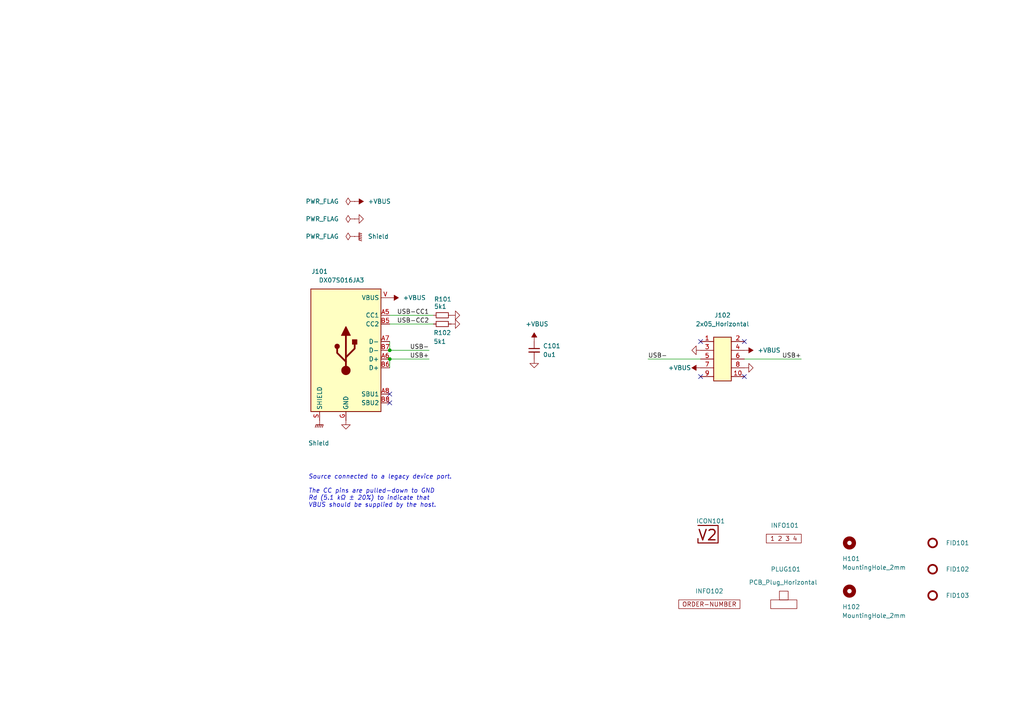
<source format=kicad_sch>
(kicad_sch (version 20250114) (generator "eeschema") (generator_version "9.0")
  (paper "A4")
  (title_block (title "V2 usb") (date "2026-01-12") (rev "4") (company "Versio Duo") (comment 1 "USB Adapter"))
  (lib_symbols
    (symbol "V2_Artwork:V2-logo" (in_bom no)
      (property "Reference" "ICON" (at -3.302 3.81 0))
      (symbol "V2-logo_1_0"
        (polyline (pts (xy -3.302 2.54) (xy 2.54 2.54) (xy 2.54 -2.54) (xy -3.302 -2.54) (xy -3.302 -1.27)) (stroke (width 0.3)))
      )
      (symbol "V2-logo_1_1"
        (text "V2" (at -0.508 -0.254 0) (effects (font (size 3 3) (thickness 0.375))))
      )
    )
    (symbol "V2_Connector_Header_1.27mm:2x05_Horizontal" (pin_names (hide yes))
      (property "Reference" "J" (at 0 12.7 0))
      (property "Value" "2x05_Horizontal" (at 1.27 10.16 0))
      (symbol "2x05_Horizontal_1_1"
        (rectangle (start -2.54 6.35) (end 2.54 -6.35) (stroke (width 0.254)) (fill (type background)))
        (pin passive line (at -6.35 5.08 0) (length 3.81) (name "Pin_1") (number "1"))
        (pin passive line (at -6.35 2.54 0) (length 3.81) (name "Pin_3") (number "3"))
        (pin passive line (at -6.35 0 0) (length 3.81) (name "Pin_5") (number "5"))
        (pin passive line (at -6.35 -2.54 0) (length 3.81) (name "Pin_7") (number "7"))
        (pin passive line (at -6.35 -5.08 0) (length 3.81) (name "Pin_9") (number "9"))
        (pin passive line (at 6.35 5.08 180) (length 3.81) (name "Pin_2") (number "2"))
        (pin passive line (at 6.35 2.54 180) (length 3.81) (name "Pin_4") (number "4"))
        (pin passive line (at 6.35 0 180) (length 3.81) (name "Pin_6") (number "6"))
        (pin passive line (at 6.35 -2.54 180) (length 3.81) (name "Pin_8") (number "8"))
        (pin passive line (at 6.35 -5.08 180) (length 3.81) (name "Pin_10") (number "10"))
      )
    )
    (symbol "V2_Connector_USB:JAE_DX07S016JA3"
      (property "Reference" "J" (at -10.16 22.86 0))
      (property "Value" "DX07S016JA3" (at -10.16 20.5 0))
      (symbol "JAE_DX07S016JA3_0_1"
        (rectangle (start -10.16 17.78) (end 10.16 -17.78) (stroke (width 0.254)) (fill (type background)))
        (circle (center -2.54 1.143) (radius 0.635) (stroke (width 0.254)) (fill (type outline)))
        (polyline (pts (xy -1.27 4.318) (xy 0 6.858) (xy 1.27 4.318) (xy -1.27 4.318)) (stroke (width 0.254)) (fill (type outline)))
        (polyline (pts (xy 0 -2.032) (xy 2.54 0.508) (xy 2.54 1.778)) (stroke (width 0.508)))
        (polyline (pts (xy 0 -3.302) (xy -2.54 -0.762) (xy -2.54 0.508)) (stroke (width 0.508)))
        (polyline (pts (xy 0 -5.842) (xy 0 4.318)) (stroke (width 0.508)))
        (circle (center 0 -5.842) (radius 1.27) (fill (type outline)))
        (rectangle (start 1.905 1.778) (end 3.175 3.048) (stroke (width 0.254)) (fill (type outline)))
      )
      (symbol "JAE_DX07S016JA3_1_1"
        (pin passive line (at -7.62 -20.32 90) (length 2.54) (name "SHIELD") (number "S"))
        (pin passive line (at 0 -20.32 90) (length 2.54) (name "GND") (number "G"))
        (pin passive line (at 12.7 15.24 180) (length 2.54) (name "VBUS") (number "V"))
        (pin bidirectional line (at 12.7 10.16 180) (length 2.54) (name "CC1") (number "A5"))
        (pin bidirectional line (at 12.7 7.62 180) (length 2.54) (name "CC2") (number "B5"))
        (pin bidirectional line (at 12.7 2.54 180) (length 2.54) (name "D-") (number "A7"))
        (pin bidirectional line (at 12.7 0 180) (length 2.54) (name "D-") (number "B7"))
        (pin bidirectional line (at 12.7 -2.54 180) (length 2.54) (name "D+") (number "A6"))
        (pin bidirectional line (at 12.7 -5.08 180) (length 2.54) (name "D+") (number "B6"))
        (pin bidirectional line (at 12.7 -12.7 180) (length 2.54) (name "SBU1") (number "A8"))
        (pin bidirectional line (at 12.7 -15.24 180) (length 2.54) (name "SBU2") (number "B8"))
      )
    )
    (symbol "V2_Device:C_0603_0u1" (pin_numbers (hide yes)) (pin_names (offset 0.254) (hide yes))
      (property "Reference" "C" (at 1.778 1.524 0))
      (property "Value" "0u1" (at 1.778 -2.032 0))
      (symbol "C_0603_0u1_0_1"
        (polyline (pts (xy -1.524 0.508) (xy 1.524 0.508)) (stroke (width 0.3048)))
        (polyline (pts (xy -1.524 -0.508) (xy 1.524 -0.508)) (stroke (width 0.3302)))
      )
      (symbol "C_0603_0u1_1_1"
        (pin passive line (at 0 2.54 270) (length 2.032) (name "~") (number "1"))
        (pin passive line (at 0 -2.54 90) (length 2.032) (name "~") (number "2"))
      )
    )
    (symbol "V2_Device:R_0603_5k1" (pin_numbers (hide yes)) (pin_names (offset 0.254) (hide yes))
      (property "Reference" "R" (at 2.032 1.27 0))
      (property "Value" "5k1" (at 3.302 -1.27 0))
      (symbol "R_0603_5k1_0_1"
        (rectangle (start -0.762 1.778) (end 0.762 -1.778) (stroke (width 0.2032)))
      )
      (symbol "R_0603_5k1_1_1"
        (pin passive line (at 0 2.54 270) (length 0.762) (name "~") (number "1"))
        (pin passive line (at 0 -2.54 90) (length 0.762) (name "~") (number "2"))
      )
    )
    (symbol "V2_Mechanical:Fiducial_Paste" (in_bom no)
      (property "Reference" "FID" (at 5.08 0 0))
      (symbol "Fiducial_Paste_0_1"
        (circle (center 0 0) (radius 1.27) (stroke (width 0.508)))
      )
    )
    (symbol "V2_Mechanical:MountingHole_2mm" (pin_names (offset 1.016)) (in_bom no)
      (property "Reference" "H" (at 0 5.08 0))
      (property "Value" "MountingHole_2mm" (at 0 3.175 0))
      (symbol "MountingHole_2mm_0_1"
        (circle (center 0 0) (radius 1.27) (stroke (width 1.27)))
      )
    )
    (symbol "V2_PCB_Devices:PCB_Plug_Horizontal" (in_bom no)
      (property "Reference" "PLUG" (at 0 -5.08 0))
      (property "Value" "PCB_Plug_Horizontal" (at 1.27 -8.89 0))
      (symbol "PCB_Plug_Horizontal_0_1"
        (rectangle (start -3.81 0) (end 3.81 -2.54))
        (rectangle (start -1.27 2.54) (end 1.27 0))
      )
    )
    (symbol "V2_Production:Layer_Numbers" (in_bom no)
      (property "Reference" "INFO" (at 0 3.81 0))
      (symbol "Layer_Numbers_0_0"
        (text "1 2 3 4" (at 0 0 0) (effects (font (size 1.27 1.27))))
      )
      (symbol "Layer_Numbers_0_1"
        (rectangle (start -5.08 1.27) (end 5.08 -1.27))
      )
    )
    (symbol "V2_Production:Order_Number" (in_bom no)
      (property "Reference" "INFO" (at 0 2.54 0))
      (symbol "Order_Number_0_0"
        (text "ORDER-NUMBER" (at 0 0 0) (effects (font (size 1.27 1.27))))
      )
      (symbol "Order_Number_0_1"
        (rectangle (start -8.89 1.27) (end 8.89 -1.27))
      )
    )
    (symbol "V2_power:+VBUS" (power) (pin_numbers (hide yes)) (pin_names (offset 0) (hide yes))
      (property "Value" "+VBUS" (at 0 4.064 0))
      (symbol "+VBUS_0_1"
        (polyline (pts (xy 0 0) (xy 0 2.54)))
        (polyline (pts (xy 0.762 1.27) (xy -0.762 1.27) (xy 0 2.54) (xy 0.762 1.27)) (fill (type outline)))
      )
      (symbol "+VBUS_1_1"
        (pin power_in line (at 0 0 90) (length 0) (name "~") (number "1"))
      )
    )
    (symbol "V2_power:GND" (power) (pin_numbers (hide yes)) (pin_names (offset 0) (hide yes))
      (symbol "GND_0_1"
        (polyline (pts (xy 0 0) (xy 0 -1.27) (xy 1.27 -1.27) (xy 0 -2.54) (xy -1.27 -1.27) (xy 0 -1.27)))
      )
      (symbol "GND_1_1"
        (pin power_in line (at 0 0 270) (length 0) (name "~") (number "1"))
      )
    )
    (symbol "V2_power:PWR_FLAG" (power) (pin_numbers (hide yes)) (pin_names (offset 0) (hide yes))
      (property "Value" "PWR_FLAG" (at 0 4.572 0))
      (symbol "PWR_FLAG_0_0"
        (pin power_out line (at 0 0 90) (length 0) (name "~") (number "1"))
      )
      (symbol "PWR_FLAG_0_1"
        (polyline (pts (xy 0 0) (xy 0 1.27) (xy -1.016 1.905) (xy 0 2.54) (xy 1.016 1.905) (xy 0 1.27)))
      )
    )
    (symbol "V2_power:Shield" (power) (pin_numbers (hide yes)) (pin_names (offset 0) (hide yes))
      (property "Value" "Shield" (at 0 -5.08 0))
      (symbol "Shield_0_1"
        (polyline (pts (xy -1.016 -1.27) (xy -1.27 -2.032) (xy -1.27 -2.032)) (stroke (width 0.2032)))
        (polyline (pts (xy -0.508 -1.27) (xy -0.762 -2.032) (xy -0.762 -2.032)) (stroke (width 0.2032)))
        (polyline (pts (xy 0 -1.27) (xy 0 0)))
        (polyline (pts (xy 0 -1.27) (xy -0.254 -2.032) (xy -0.254 -2.032)) (stroke (width 0.2032)))
        (polyline (pts (xy 0.508 -1.27) (xy 0.254 -2.032) (xy 0.254 -2.032)) (stroke (width 0.2032)))
        (polyline (pts (xy 1.016 -1.27) (xy -1.016 -1.27) (xy -1.016 -1.27)) (stroke (width 0.2032)))
        (polyline (pts (xy 1.016 -1.27) (xy 0.762 -2.032) (xy 0.762 -2.032) (xy 0.762 -2.032)) (stroke (width 0.2032)))
      )
      (symbol "Shield_1_1"
        (pin power_in line (at 0 0 270) (length 0) (name "~") (number "1"))
      )
    )
  )
  (text "﻿Source connected to a legacy device port.\n\nThe CC pins are pulled-down to GND\nRd (5.1 kΩ ± 20%) to indicate that\nVBUS should be supplied by the host. " (at 89.408 147.32 0) (effects (font (size 1.27 1.27) (italic yes)) (justify left bottom)))
  (junction (at 113.03 104.14))
  (junction (at 113.03 101.6))
  (no_connect (at 203.2 99.06))
  (no_connect (at 113.03 114.3))
  (no_connect (at 113.03 116.84))
  (no_connect (at 215.9 99.06))
  (no_connect (at 203.2 109.22))
  (no_connect (at 215.9 109.22))
  (wire (pts (xy 113.03 99.06) (xy 113.03 101.6)))
  (wire (pts (xy 113.03 104.14) (xy 124.46 104.14)))
  (wire (pts (xy 113.03 91.44) (xy 125.73 91.44)))
  (wire (pts (xy 113.03 101.6) (xy 124.46 101.6)))
  (wire (pts (xy 113.03 104.14) (xy 113.03 106.68)))
  (wire (pts (xy 187.96 104.14) (xy 203.2 104.14)))
  (wire (pts (xy 215.9 104.14) (xy 232.41 104.14)))
  (wire (pts (xy 113.03 93.98) (xy 125.73 93.98)))
  (label "USB+" (at 232.41 104.14 180))
  (label "USB-CC1" (at 124.46 91.44 180))
  (label "USB-" (at 124.46 101.6 180))
  (label "USB-" (at 187.96 104.14 0))
  (label "USB-CC2" (at 124.46 93.98 180))
  (label "USB+" (at 124.46 104.14 180))
  (symbol (lib_id "V2_Device:R_0603_5k1") (at 128.27 91.44 90) (unit 1)
    (property "Reference" "R101" (at 131.0109 86.7954 90) (effects (justify left)))
    (property "Value" "5k1" (at 129.5399 88.9 90) (effects (justify left)))
    (property "Footprint" "V2_Resistor_SMD:R_0603" (effects (hide yes)))
    (property "Description" "Resistor, small symbol" (effects (hide yes)))
    (property "Mouser" "71-CRCW06035K10FKEAC" (effects (hide yes)))
    (property "Product" "CRCW06035K10FKEAC" (effects (hide yes)))
    (property "Manufacturer" "Vishay" (effects (hide yes)))
    (property "Rating" "100mW" (effects (hide yes)))
  )
  (symbol (lib_id "V2_Production:Layer_Numbers") (at 227.33 156.21 0) (unit 1) (in_bom no)
    (property "Reference" "INFO101" (at 223.52 152.3999 0) (effects (justify left)))
    (property "Value" "Layer_Numbers" (effects (hide yes)))
    (property "Footprint" "V2_Production:Layer_Numbers" (effects (hide yes)))
  )
  (symbol (lib_id "V2_power:GND") (at 130.81 93.98 90) (unit 1)
    (property "Reference" "#PWR0106" (effects (hide yes)))
    (property "Value" "GND" (effects (hide yes)))
    (property "Description" "Power symbol creates a global label with name \"GND\" , ground" (effects (hide yes)))
  )
  (symbol (lib_id "V2_power:GND") (at 130.81 91.44 90) (unit 1)
    (property "Reference" "#PWR0105" (effects (hide yes)))
    (property "Value" "GND" (effects (hide yes)))
    (property "Description" "Power symbol creates a global label with name \"GND\" , ground" (effects (hide yes)))
  )
  (symbol (lib_id "V2_power:+VBUS") (at 203.2 106.68 90) (unit 1)
    (property "Reference" "#PWR0111" (effects (hide yes)))
    (property "Value" "+VBUS" (at 197.104 106.68 90))
    (property "Description" "Power symbol creates a global label with name \"+VBUS\"" (effects (hide yes)))
  )
  (symbol (lib_id "V2_Mechanical:MountingHole_2mm") (at 246.38 157.48 0) (unit 1) (in_bom no)
    (property "Reference" "H101" (at 246.888 162.052 0))
    (property "Value" "MountingHole_2mm" (at 253.492 164.592 0))
    (property "Footprint" "V2_Mechanical:MountingHole_2mm" (effects (hide yes)))
    (property "Description" "Mounting Hole without connection" (effects (hide yes)))
    (property "Sim.Enable" "0" (effects (hide yes)))
  )
  (symbol (lib_id "V2_power:PWR_FLAG") (at 102.87 68.58 90) (unit 1)
    (property "Reference" "#FLG0103" (effects (hide yes)))
    (property "Value" "PWR_FLAG" (at 93.472 68.58 90))
    (property "Description" "Special symbol for telling ERC where power comes from" (effects (hide yes)))
  )
  (symbol (lib_id "V2_Mechanical:MountingHole_2mm") (at 246.38 171.45 0) (unit 1) (in_bom no)
    (property "Reference" "H102" (at 246.888 176.022 0))
    (property "Value" "MountingHole_2mm" (at 253.492 178.562 0))
    (property "Footprint" "V2_Mechanical:MountingHole_2mm" (effects (hide yes)))
    (property "Description" "Mounting Hole without connection" (effects (hide yes)))
    (property "Sim.Enable" "0" (effects (hide yes)))
  )
  (symbol (lib_id "V2_power:+VBUS") (at 154.94 99.06 0) (unit 1)
    (property "Reference" "#PWR0107" (effects (hide yes)))
    (property "Value" "+VBUS" (at 152.4 93.98 0) (effects (justify left)))
    (property "Description" "Power symbol creates a global label with name \"+VBUS\"" (effects (hide yes)))
  )
  (symbol (lib_id "V2_power:Shield") (at 92.71 121.92 0) (unit 1)
    (property "Reference" "#PWR0113" (effects (hide yes)))
    (property "Value" "Shield" (at 92.456 128.524 0))
    (property "Description" "Power symbol creates a global label with name \"Shield\"" (effects (hide yes)))
  )
  (symbol (lib_id "V2_power:+VBUS") (at 113.03 86.36 270) (unit 1)
    (property "Reference" "#PWR0104" (effects (hide yes)))
    (property "Value" "+VBUS" (at 116.84 86.3599 90) (effects (justify left)))
    (property "Description" "Power symbol creates a global label with name \"+VBUS\"" (effects (hide yes)))
  )
  (symbol (lib_id "V2_power:Shield") (at 102.87 68.58 90) (unit 1)
    (property "Reference" "#PWR0103" (effects (hide yes)))
    (property "Value" "Shield" (at 106.68 68.5799 90) (effects (justify right)))
    (property "Description" "Power symbol creates a global label with name \"Shield\"" (effects (hide yes)))
  )
  (symbol (lib_id "V2_power:+VBUS") (at 215.9 101.6 270) (unit 1)
    (property "Reference" "#PWR0109" (effects (hide yes)))
    (property "Value" "+VBUS" (at 219.71 101.5999 90) (effects (justify left)))
    (property "Description" "Power symbol creates a global label with name \"+VBUS\"" (effects (hide yes)))
  )
  (symbol (lib_id "V2_power:PWR_FLAG") (at 102.87 63.5 90) (unit 1)
    (property "Reference" "#FLG0102" (effects (hide yes)))
    (property "Value" "PWR_FLAG" (at 93.472 63.5 90))
    (property "Description" "Special symbol for telling ERC where power comes from" (effects (hide yes)))
  )
  (symbol (lib_id "V2_power:GND") (at 100.33 121.92 0) (unit 1)
    (property "Reference" "#PWR0114" (effects (hide yes)))
    (property "Value" "GND" (effects (hide yes)))
    (property "Description" "Power symbol creates a global label with name \"GND\" , ground" (effects (hide yes)))
  )
  (symbol (lib_id "V2_power:GND") (at 154.94 104.14 0) (unit 1)
    (property "Reference" "#PWR0110" (effects (hide yes)))
    (property "Value" "GND" (effects (hide yes)))
    (property "Description" "Power symbol creates a global label with name \"GND\" , ground" (effects (hide yes)))
  )
  (symbol (lib_id "V2_PCB_Devices:PCB_Plug_Horizontal") (at 227.33 173.99 0) (unit 1) (in_bom no)
    (property "Reference" "PLUG101" (at 223.52 165.1 0) (effects (justify left)))
    (property "Value" "PCB_Plug_Horizontal" (at 217.17 168.91 0) (effects (justify left)))
    (property "Footprint" "V2_PCB_Devices:PCB_Plug_Horizontal" (effects (hide yes)))
    (property "Sim.Enable" "0" (effects (hide yes)))
  )
  (symbol (lib_id "V2_Production:Order_Number") (at 205.74 175.26 0) (unit 1) (in_bom no)
    (property "Reference" "INFO102" (at 205.74 171.45 0))
    (property "Value" "Order_Number" (effects (hide yes)))
    (property "Footprint" "V2_Production:Order_Number" (effects (hide yes)))
  )
  (symbol (lib_id "V2_power:+VBUS") (at 102.87 58.42 270) (unit 1)
    (property "Reference" "#PWR0101" (effects (hide yes)))
    (property "Value" "+VBUS" (at 106.68 58.4199 90) (effects (justify left)))
    (property "Description" "Power symbol creates a global label with name \"+VBUS\"" (effects (hide yes)))
  )
  (symbol (lib_id "V2_Mechanical:Fiducial_Paste") (at 270.51 157.48 0) (unit 1) (in_bom no)
    (property "Reference" "FID101" (at 274.32 157.48 0) (effects (justify left)))
    (property "Value" "Fiducial_Paste" (effects (hide yes)))
    (property "Footprint" "V2_Fiducial:Fiducial_0.5mm_Mask1mm_Paste" (effects (hide yes)))
    (property "Description" "Fiducial Marker" (effects (hide yes)))
  )
  (symbol (lib_id "V2_power:GND") (at 215.9 106.68 90) (unit 1)
    (property "Reference" "#PWR0112" (effects (hide yes)))
    (property "Value" "GND" (effects (hide yes)))
    (property "Description" "Power symbol creates a global label with name \"GND\" , ground" (effects (hide yes)))
  )
  (symbol (lib_id "V2_Device:C_0603_0u1") (at 154.94 101.6 0) (unit 1)
    (property "Reference" "C101" (at 157.48 100.3362 0) (effects (justify left)))
    (property "Value" "0u1" (at 157.48 102.8762 0) (effects (justify left)))
    (property "Footprint" "V2_Capacitor_SMD:C_0603" (effects (hide yes)))
    (property "Description" "Unpolarized capacitor, small symbol" (effects (hide yes)))
    (property "Mouser" "810-CGA3E2X7R1H104MA" (effects (hide yes)))
    (property "Manufacturer" "TDK" (effects (hide yes)))
    (property "Product" "CGA3E2X7R1H104M080AA" (effects (hide yes)))
    (property "Rating" "50V" (effects (hide yes)))
  )
  (symbol (lib_id "V2_power:GND") (at 203.2 101.6 270) (unit 1)
    (property "Reference" "#PWR0108" (effects (hide yes)))
    (property "Value" "GND" (effects (hide yes)))
    (property "Description" "Power symbol creates a global label with name \"GND\" , ground" (effects (hide yes)))
  )
  (symbol (lib_id "V2_power:GND") (at 102.87 63.5 90) (unit 1)
    (property "Reference" "#PWR0102" (effects (hide yes)))
    (property "Value" "GND" (effects (hide yes)))
    (property "Description" "Power symbol creates a global label with name \"GND\" , ground" (effects (hide yes)))
  )
  (symbol (lib_id "V2_Mechanical:Fiducial_Paste") (at 270.51 165.1 0) (unit 1) (in_bom no)
    (property "Reference" "FID102" (at 274.32 165.1 0) (effects (justify left)))
    (property "Value" "Fiducial_Paste" (effects (hide yes)))
    (property "Footprint" "V2_Fiducial:Fiducial_0.5mm_Mask1mm_Paste" (effects (hide yes)))
    (property "Description" "Fiducial Marker" (effects (hide yes)))
  )
  (symbol (lib_id "V2_Device:R_0603_5k1") (at 128.27 93.98 90) (unit 1)
    (property "Reference" "R102" (at 125.7299 96.52 90) (effects (justify right)))
    (property "Value" "5k1" (at 125.7299 99.06 90) (effects (justify right)))
    (property "Footprint" "V2_Resistor_SMD:R_0603" (effects (hide yes)))
    (property "Description" "Resistor, small symbol" (effects (hide yes)))
    (property "Mouser" "71-CRCW06035K10FKEAC" (effects (hide yes)))
    (property "Product" "CRCW06035K10FKEAC" (effects (hide yes)))
    (property "Manufacturer" "Vishay" (effects (hide yes)))
    (property "Rating" "100mW" (effects (hide yes)))
  )
  (symbol (lib_id "V2_Connector_USB:JAE_DX07S016JA3") (at 100.33 101.6 0) (unit 1)
    (property "Reference" "J101" (at 92.71 78.74 0))
    (property "Value" "DX07S016JA3" (at 99.06 81.28 0))
    (property "Footprint" "V2_Connector_USB:JAE_DX07S016JA3" (effects (hide yes)))
    (property "Mouser" "656-DX07S016JA3R1500" (effects (hide yes)))
    (property "Product" "DX07S016JA3R1500" (effects (hide yes)))
    (property "Manufacturer" "JAE Electronics" (effects (hide yes)))
  )
  (symbol (lib_id "V2_power:PWR_FLAG") (at 102.87 58.42 90) (unit 1)
    (property "Reference" "#FLG0101" (effects (hide yes)))
    (property "Value" "PWR_FLAG" (at 93.472 58.42 90))
    (property "Description" "Special symbol for telling ERC where power comes from" (effects (hide yes)))
  )
  (symbol (lib_id "V2_Connector_Header_1.27mm:2x05_Horizontal") (at 209.55 104.14 0) (unit 1)
    (property "Reference" "J102" (at 209.55 91.44 0))
    (property "Value" "2x05_Horizontal" (at 209.55 93.98 0))
    (property "Footprint" "V2_Connector_Header_1.27mm:PinHeader_2x05_P1.27mm_Horizontal" (effects (hide yes)))
    (property "Description" "Amphenol – Minitek127" (effects (hide yes)))
    (property "Mouser" "649-200211120001T4LF" (effects (hide yes)))
    (property "Manufacturer" "Amphenol FCI" (effects (hide yes)))
    (property "Product" "20021112-00010T4LF" (effects (hide yes)))
  )
  (symbol (lib_id "V2_Mechanical:Fiducial_Paste") (at 270.51 172.72 0) (unit 1) (in_bom no)
    (property "Reference" "FID103" (at 274.32 172.72 0) (effects (justify left)))
    (property "Value" "Fiducial_Paste" (effects (hide yes)))
    (property "Footprint" "V2_Fiducial:Fiducial_0.5mm_Mask1mm_Paste" (effects (hide yes)))
    (property "Description" "Fiducial Marker" (effects (hide yes)))
  )
  (symbol (lib_id "V2_Artwork:V2-logo") (at 205.74 154.94 0) (unit 1) (in_bom no)
    (property "Reference" "ICON101" (at 201.93 151.13 0) (effects (justify left)))
    (property "Value" "V2-logo" (effects (hide yes)))
    (property "Footprint" "V2_Artwork:Logo_Small" (effects (hide yes)))
    (property "Sim.Enable" "0" (effects (hide yes)))
  )
)
</source>
